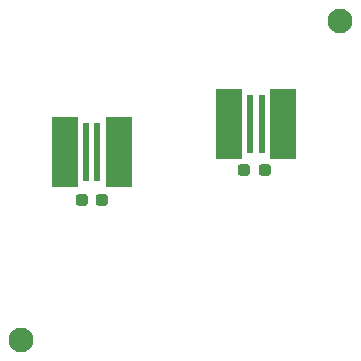
<source format=gbr>
%TF.GenerationSoftware,KiCad,Pcbnew,7.0.6*%
%TF.CreationDate,2023-09-02T17:04:30+01:00*%
%TF.ProjectId,gbc_fidget,6762635f-6669-4646-9765-742e6b696361,rev?*%
%TF.SameCoordinates,Original*%
%TF.FileFunction,Soldermask,Top*%
%TF.FilePolarity,Negative*%
%FSLAX46Y46*%
G04 Gerber Fmt 4.6, Leading zero omitted, Abs format (unit mm)*
G04 Created by KiCad (PCBNEW 7.0.6) date 2023-09-02 17:04:30*
%MOMM*%
%LPD*%
G01*
G04 APERTURE LIST*
G04 Aperture macros list*
%AMRoundRect*
0 Rectangle with rounded corners*
0 $1 Rounding radius*
0 $2 $3 $4 $5 $6 $7 $8 $9 X,Y pos of 4 corners*
0 Add a 4 corners polygon primitive as box body*
4,1,4,$2,$3,$4,$5,$6,$7,$8,$9,$2,$3,0*
0 Add four circle primitives for the rounded corners*
1,1,$1+$1,$2,$3*
1,1,$1+$1,$4,$5*
1,1,$1+$1,$6,$7*
1,1,$1+$1,$8,$9*
0 Add four rect primitives between the rounded corners*
20,1,$1+$1,$2,$3,$4,$5,0*
20,1,$1+$1,$4,$5,$6,$7,0*
20,1,$1+$1,$6,$7,$8,$9,0*
20,1,$1+$1,$8,$9,$2,$3,0*%
G04 Aperture macros list end*
%ADD10C,2.100000*%
%ADD11RoundRect,0.237500X0.287500X0.237500X-0.287500X0.237500X-0.287500X-0.237500X0.287500X-0.237500X0*%
%ADD12R,0.500000X5.000000*%
%ADD13R,2.200000X6.000000*%
G04 APERTURE END LIST*
D10*
%TO.C,H2*%
X145364200Y-87858600D03*
%TD*%
D11*
%TO.C,D1*%
X152245000Y-75971400D03*
X150495000Y-75971400D03*
%TD*%
D12*
%TO.C,SW2*%
X164774880Y-69570600D03*
D13*
X167563800Y-69570600D03*
X162991800Y-69570600D03*
D12*
X165780720Y-69570600D03*
%TD*%
%TO.C,SW1*%
X150830280Y-71983600D03*
D13*
X153619200Y-71983600D03*
X149047200Y-71983600D03*
D12*
X151836120Y-71983600D03*
%TD*%
D11*
%TO.C,D2*%
X166025800Y-73507600D03*
X164275800Y-73507600D03*
%TD*%
D10*
%TO.C,H1*%
X172364400Y-60858400D03*
%TD*%
M02*

</source>
